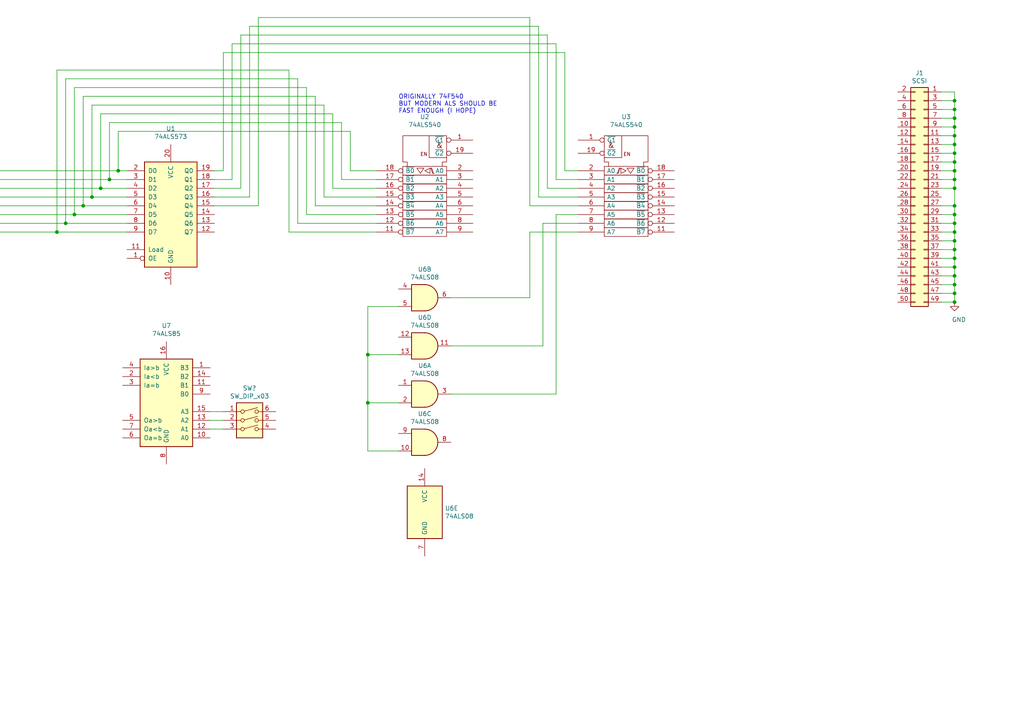
<source format=kicad_sch>
(kicad_sch (version 20201015) (generator eeschema)
  (paper "A4")
  (lib_symbols
    (symbol "74xx:74LS01" (pin_names (offset 1.016))
      (property "Reference" "U" (at 0 1.27 0))
      (property "Value" "74LS01" (at 0 -1.27 0))
      (symbol "74LS01_1_1"
        (pin open_collector inverted (at 7.62 0 180) (length 3.81) (name "~") (number "1"))
        (pin input line (at -7.62 2.54 0) (length 3.81) (name "~") (number "2"))
        (pin input line (at -7.62 -2.54 0) (length 3.81) (name "~") (number "3"))
      )
      (symbol "74LS01_1_2"
        (pin open_collector line (at 7.62 0 180) (length 3.81) (name "~") (number "1"))
        (pin input inverted (at -7.62 2.54 0) (length 4.318) (name "~") (number "2"))
        (pin input inverted (at -7.62 -2.54 0) (length 4.318) (name "~") (number "3"))
      )
      (symbol "74LS01_2_1"
        (pin open_collector inverted (at 7.62 0 180) (length 3.81) (name "~") (number "4"))
        (pin input line (at -7.62 2.54 0) (length 3.81) (name "~") (number "5"))
        (pin input line (at -7.62 -2.54 0) (length 3.81) (name "~") (number "6"))
      )
      (symbol "74LS01_2_2"
        (pin open_collector line (at 7.62 0 180) (length 3.81) (name "~") (number "4"))
        (pin input inverted (at -7.62 2.54 0) (length 4.318) (name "~") (number "5"))
        (pin input inverted (at -7.62 -2.54 0) (length 4.318) (name "~") (number "6"))
      )
      (symbol "74LS01_3_1"
        (pin open_collector inverted (at 7.62 0 180) (length 3.81) (name "~") (number "10"))
        (pin input line (at -7.62 2.54 0) (length 3.81) (name "~") (number "8"))
        (pin input line (at -7.62 -2.54 0) (length 3.81) (name "~") (number "9"))
      )
      (symbol "74LS01_3_2"
        (pin open_collector line (at 7.62 0 180) (length 3.81) (name "~") (number "10"))
        (pin input inverted (at -7.62 2.54 0) (length 4.318) (name "~") (number "8"))
        (pin input inverted (at -7.62 -2.54 0) (length 4.318) (name "~") (number "9"))
      )
      (symbol "74LS01_4_1"
        (pin input line (at -7.62 2.54 0) (length 3.81) (name "~") (number "11"))
        (pin input line (at -7.62 -2.54 0) (length 3.81) (name "~") (number "12"))
        (pin open_collector inverted (at 7.62 0 180) (length 3.81) (name "~") (number "13"))
      )
      (symbol "74LS01_4_2"
        (pin input inverted (at -7.62 2.54 0) (length 4.318) (name "~") (number "11"))
        (pin input inverted (at -7.62 -2.54 0) (length 4.318) (name "~") (number "12"))
        (pin open_collector line (at 7.62 0 180) (length 3.81) (name "~") (number "13"))
      )
      (symbol "74LS01_5_0"
        (pin power_in line (at 0 12.7 270) (length 5.08) (name "VCC") (number "14"))
        (pin power_in line (at 0 -12.7 90) (length 5.08) (name "GND") (number "7"))
      )
    )
    (symbol "74xx:74LS02" (pin_names (offset 1.016))
      (property "Reference" "U" (at 0 1.27 0))
      (property "Value" "74LS02" (at 0 -1.27 0))
      (symbol "74LS02_1_1"
        (pin output inverted (at 7.62 0 180) (length 3.81) (name "~") (number "1"))
        (pin input line (at -7.62 2.54 0) (length 4.318) (name "~") (number "2"))
        (pin input line (at -7.62 -2.54 0) (length 4.318) (name "~") (number "3"))
      )
      (symbol "74LS02_1_2"
        (pin output line (at 7.62 0 180) (length 3.81) (name "~") (number "1"))
        (pin input inverted (at -7.62 2.54 0) (length 3.81) (name "~") (number "2"))
        (pin input inverted (at -7.62 -2.54 0) (length 3.81) (name "~") (number "3"))
      )
      (symbol "74LS02_2_1"
        (pin output inverted (at 7.62 0 180) (length 3.81) (name "~") (number "4"))
        (pin input line (at -7.62 2.54 0) (length 4.318) (name "~") (number "5"))
        (pin input line (at -7.62 -2.54 0) (length 4.318) (name "~") (number "6"))
      )
      (symbol "74LS02_2_2"
        (pin output line (at 7.62 0 180) (length 3.81) (name "~") (number "4"))
        (pin input inverted (at -7.62 2.54 0) (length 3.81) (name "~") (number "5"))
        (pin input inverted (at -7.62 -2.54 0) (length 3.81) (name "~") (number "6"))
      )
      (symbol "74LS02_3_1"
        (pin output inverted (at 7.62 0 180) (length 3.81) (name "~") (number "10"))
        (pin input line (at -7.62 2.54 0) (length 4.318) (name "~") (number "8"))
        (pin input line (at -7.62 -2.54 0) (length 4.318) (name "~") (number "9"))
      )
      (symbol "74LS02_3_2"
        (pin output line (at 7.62 0 180) (length 3.81) (name "~") (number "10"))
        (pin input inverted (at -7.62 2.54 0) (length 3.81) (name "~") (number "8"))
        (pin input inverted (at -7.62 -2.54 0) (length 3.81) (name "~") (number "9"))
      )
      (symbol "74LS02_4_1"
        (pin input line (at -7.62 2.54 0) (length 4.318) (name "~") (number "11"))
        (pin input line (at -7.62 -2.54 0) (length 4.318) (name "~") (number "12"))
        (pin output inverted (at 7.62 0 180) (length 3.81) (name "~") (number "13"))
      )
      (symbol "74LS02_4_2"
        (pin input inverted (at -7.62 2.54 0) (length 3.81) (name "~") (number "11"))
        (pin input inverted (at -7.62 -2.54 0) (length 3.81) (name "~") (number "12"))
        (pin output line (at 7.62 0 180) (length 3.81) (name "~") (number "13"))
      )
      (symbol "74LS02_5_0"
        (pin power_in line (at 0 12.7 270) (length 5.08) (name "VCC") (number "14"))
        (pin power_in line (at 0 -12.7 90) (length 5.08) (name "GND") (number "7"))
      )
    )
    (symbol "74xx:74LS04"
      (property "Reference" "U" (at 0 1.27 0))
      (property "Value" "74LS04" (at 0 -1.27 0))
      (symbol "74LS04_1_0"
        (pin input line (at -7.62 0 0) (length 3.81) (name "~") (number "1"))
        (pin output inverted (at 7.62 0 180) (length 3.81) (name "~") (number "2"))
      )
      (symbol "74LS04_2_0"
        (pin input line (at -7.62 0 0) (length 3.81) (name "~") (number "3"))
        (pin output inverted (at 7.62 0 180) (length 3.81) (name "~") (number "4"))
      )
      (symbol "74LS04_3_0"
        (pin input line (at -7.62 0 0) (length 3.81) (name "~") (number "5"))
        (pin output inverted (at 7.62 0 180) (length 3.81) (name "~") (number "6"))
      )
      (symbol "74LS04_4_0"
        (pin output inverted (at 7.62 0 180) (length 3.81) (name "~") (number "8"))
        (pin input line (at -7.62 0 0) (length 3.81) (name "~") (number "9"))
      )
      (symbol "74LS04_5_0"
        (pin output inverted (at 7.62 0 180) (length 3.81) (name "~") (number "10"))
        (pin input line (at -7.62 0 0) (length 3.81) (name "~") (number "11"))
      )
      (symbol "74LS04_6_0"
        (pin output inverted (at 7.62 0 180) (length 3.81) (name "~") (number "12"))
        (pin input line (at -7.62 0 0) (length 3.81) (name "~") (number "13"))
      )
      (symbol "74LS04_7_0"
        (pin power_in line (at 0 12.7 270) (length 5.08) (name "VCC") (number "14"))
        (pin power_in line (at 0 -12.7 90) (length 5.08) (name "GND") (number "7"))
      )
    )
    (symbol "74xx:74LS08" (pin_names (offset 1.016))
      (property "Reference" "U" (at 0 1.27 0))
      (property "Value" "74LS08" (at 0 -1.27 0))
      (symbol "74LS08_1_1"
        (pin input line (at -7.62 2.54 0) (length 3.81) (name "~") (number "1"))
        (pin input line (at -7.62 -2.54 0) (length 3.81) (name "~") (number "2"))
        (pin output line (at 7.62 0 180) (length 3.81) (name "~") (number "3"))
      )
      (symbol "74LS08_1_2"
        (pin input inverted (at -7.62 2.54 0) (length 4.318) (name "~") (number "1"))
        (pin input inverted (at -7.62 -2.54 0) (length 4.318) (name "~") (number "2"))
        (pin output inverted (at 7.62 0 180) (length 3.81) (name "~") (number "3"))
      )
      (symbol "74LS08_2_1"
        (pin input line (at -7.62 2.54 0) (length 3.81) (name "~") (number "4"))
        (pin input line (at -7.62 -2.54 0) (length 3.81) (name "~") (number "5"))
        (pin output line (at 7.62 0 180) (length 3.81) (name "~") (number "6"))
      )
      (symbol "74LS08_2_2"
        (pin input inverted (at -7.62 2.54 0) (length 4.318) (name "~") (number "4"))
        (pin input inverted (at -7.62 -2.54 0) (length 4.318) (name "~") (number "5"))
        (pin output inverted (at 7.62 0 180) (length 3.81) (name "~") (number "6"))
      )
      (symbol "74LS08_3_1"
        (pin input line (at -7.62 -2.54 0) (length 3.81) (name "~") (number "10"))
        (pin output line (at 7.62 0 180) (length 3.81) (name "~") (number "8"))
        (pin input line (at -7.62 2.54 0) (length 3.81) (name "~") (number "9"))
      )
      (symbol "74LS08_3_2"
        (pin input inverted (at -7.62 -2.54 0) (length 4.318) (name "~") (number "10"))
        (pin output inverted (at 7.62 0 180) (length 3.81) (name "~") (number "8"))
        (pin input inverted (at -7.62 2.54 0) (length 4.318) (name "~") (number "9"))
      )
      (symbol "74LS08_4_1"
        (pin output line (at 7.62 0 180) (length 3.81) (name "~") (number "11"))
        (pin input line (at -7.62 2.54 0) (length 3.81) (name "~") (number "12"))
        (pin input line (at -7.62 -2.54 0) (length 3.81) (name "~") (number "13"))
      )
      (symbol "74LS08_4_2"
        (pin output inverted (at 7.62 0 180) (length 3.81) (name "~") (number "11"))
        (pin input inverted (at -7.62 2.54 0) (length 4.318) (name "~") (number "12"))
        (pin input inverted (at -7.62 -2.54 0) (length 4.318) (name "~") (number "13"))
      )
      (symbol "74LS08_5_0"
        (pin power_in line (at 0 12.7 270) (length 5.08) (name "VCC") (number "14"))
        (pin power_in line (at 0 -12.7 90) (length 5.08) (name "GND") (number "7"))
      )
    )
    (symbol "74xx:74LS573" (pin_names (offset 1.016))
      (property "Reference" "U" (at -7.62 16.51 0))
      (property "Value" "74LS573" (at -7.62 -16.51 0))
      (symbol "74LS573_1_0"
        (pin input inverted (at -12.7 -12.7 0) (length 5.08) (name "OE") (number "1"))
        (pin power_in line (at 0 -20.32 90) (length 5.08) (name "GND") (number "10"))
        (pin input line (at -12.7 -10.16 0) (length 5.08) (name "Load") (number "11"))
        (pin tri_state line (at 12.7 -5.08 180) (length 5.08) (name "Q7") (number "12"))
        (pin tri_state line (at 12.7 -2.54 180) (length 5.08) (name "Q6") (number "13"))
        (pin tri_state line (at 12.7 0 180) (length 5.08) (name "Q5") (number "14"))
        (pin tri_state line (at 12.7 2.54 180) (length 5.08) (name "Q4") (number "15"))
        (pin tri_state line (at 12.7 5.08 180) (length 5.08) (name "Q3") (number "16"))
        (pin tri_state line (at 12.7 7.62 180) (length 5.08) (name "Q2") (number "17"))
        (pin tri_state line (at 12.7 10.16 180) (length 5.08) (name "Q1") (number "18"))
        (pin tri_state line (at 12.7 12.7 180) (length 5.08) (name "Q0") (number "19"))
        (pin input line (at -12.7 12.7 0) (length 5.08) (name "D0") (number "2"))
        (pin power_in line (at 0 20.32 270) (length 5.08) (name "VCC") (number "20"))
        (pin input line (at -12.7 10.16 0) (length 5.08) (name "D1") (number "3"))
        (pin input line (at -12.7 7.62 0) (length 5.08) (name "D2") (number "4"))
        (pin input line (at -12.7 5.08 0) (length 5.08) (name "D3") (number "5"))
        (pin input line (at -12.7 2.54 0) (length 5.08) (name "D4") (number "6"))
        (pin input line (at -12.7 0 0) (length 5.08) (name "D5") (number "7"))
        (pin input line (at -12.7 -2.54 0) (length 5.08) (name "D6") (number "8"))
        (pin input line (at -12.7 -5.08 0) (length 5.08) (name "D7") (number "9"))
      )
    )
    (symbol "74xx:74LS74" (pin_names (offset 1.016))
      (property "Reference" "U" (at -7.62 8.89 0))
      (property "Value" "74LS74" (at -7.62 -8.89 0))
      (symbol "74LS74_1_0"
        (pin input line (at 0 -7.62 90) (length 2.54) (name "~R") (number "1"))
        (pin input line (at -7.62 2.54 0) (length 2.54) (name "D") (number "2"))
        (pin input clock (at -7.62 0 0) (length 2.54) (name "C") (number "3"))
        (pin input line (at 0 7.62 270) (length 2.54) (name "~S") (number "4"))
        (pin output line (at 7.62 2.54 180) (length 2.54) (name "Q") (number "5"))
        (pin output line (at 7.62 -2.54 180) (length 2.54) (name "~Q") (number "6"))
      )
      (symbol "74LS74_2_0"
        (pin input line (at 0 7.62 270) (length 2.54) (name "~S") (number "10"))
        (pin input clock (at -7.62 0 0) (length 2.54) (name "C") (number "11"))
        (pin input line (at -7.62 2.54 0) (length 2.54) (name "D") (number "12"))
        (pin input line (at 0 -7.62 90) (length 2.54) (name "~R") (number "13"))
        (pin output line (at 7.62 -2.54 180) (length 2.54) (name "~Q") (number "8"))
        (pin output line (at 7.62 2.54 180) (length 2.54) (name "Q") (number "9"))
      )
      (symbol "74LS74_3_0"
        (pin power_in line (at 0 10.16 270) (length 2.54) (name "VCC") (number "14"))
        (pin power_in line (at 0 -10.16 90) (length 2.54) (name "GND") (number "7"))
      )
    )
    (symbol "74xx:74LS85" (pin_names (offset 1.016))
      (property "Reference" "U" (at -7.62 13.97 0))
      (property "Value" "74LS85" (at -7.62 -13.97 0))
      (symbol "74LS85_1_0"
        (pin input line (at -12.7 10.16 0) (length 5.08) (name "B3") (number "1"))
        (pin input line (at -12.7 -10.16 0) (length 5.08) (name "A0") (number "10"))
        (pin input line (at -12.7 5.08 0) (length 5.08) (name "B1") (number "11"))
        (pin input line (at -12.7 -7.62 0) (length 5.08) (name "A1") (number "12"))
        (pin input line (at -12.7 -5.08 0) (length 5.08) (name "A2") (number "13"))
        (pin input line (at -12.7 7.62 0) (length 5.08) (name "B2") (number "14"))
        (pin input line (at -12.7 -2.54 0) (length 5.08) (name "A3") (number "15"))
        (pin power_in line (at 0 17.78 270) (length 5.08) (name "VCC") (number "16"))
        (pin input line (at 12.7 7.62 180) (length 5.08) (name "Ia<b") (number "2"))
        (pin input line (at 12.7 5.08 180) (length 5.08) (name "Ia=b") (number "3"))
        (pin input line (at 12.7 10.16 180) (length 5.08) (name "Ia>b") (number "4"))
        (pin output line (at 12.7 -5.08 180) (length 5.08) (name "Oa>b") (number "5"))
        (pin output line (at 12.7 -10.16 180) (length 5.08) (name "Oa=b") (number "6"))
        (pin output line (at 12.7 -7.62 180) (length 5.08) (name "Oa<b") (number "7"))
        (pin power_in line (at 0 -17.78 90) (length 5.08) (name "GND") (number "8"))
        (pin input line (at -12.7 2.54 0) (length 5.08) (name "B0") (number "9"))
      )
    )
    (symbol "74xx_IEEE:74LS540" (pin_names (offset 0.762))
      (property "Reference" "U" (at 7.62 17.78 0))
      (property "Value" "74LS540" (at 2.54 -15.24 0))
      (symbol "74LS540_0_0"
        (text "&" (at -4.318 13.716 0) (effects (font (size 1.524 1.524))))
        (text "EN" (at 0.254 11.176 0) (effects (font (size 1.016 1.016))))
        (pin power_in line (at 1.27 16.51 270) (length 0) hide (name "GND") (number "10"))
        (pin power_in line (at 5.08 16.51 270) (length 0) hide (name "VCC") (number "20"))
      )
      (symbol "74LS540_1_1"
        (pin input inverted (at -13.97 15.24 0) (length 7.62) (name "~G1") (number "1"))
        (pin tri_state inverted (at 13.97 -11.43 180) (length 7.62) (name "~B7") (number "11"))
        (pin tri_state inverted (at 13.97 -8.89 180) (length 7.62) (name "~B6") (number "12"))
        (pin tri_state inverted (at 13.97 -6.35 180) (length 7.62) (name "~B5") (number "13"))
        (pin tri_state inverted (at 13.97 -3.81 180) (length 7.62) (name "~B4") (number "14"))
        (pin tri_state inverted (at 13.97 -1.27 180) (length 7.62) (name "~B3") (number "15"))
        (pin tri_state inverted (at 13.97 1.27 180) (length 7.62) (name "~B2") (number "16"))
        (pin tri_state inverted (at 13.97 3.81 180) (length 7.62) (name "~B1") (number "17"))
        (pin tri_state inverted (at 13.97 6.35 180) (length 7.62) (name "~B0") (number "18"))
        (pin input inverted (at -13.97 11.43 0) (length 7.62) (name "~G2") (number "19"))
        (pin tri_state line (at -13.97 6.35 0) (length 7.62) (name "A0") (number "2"))
        (pin tri_state line (at -13.97 3.81 0) (length 7.62) (name "A1") (number "3"))
        (pin tri_state line (at -13.97 1.27 0) (length 7.62) (name "A2") (number "4"))
        (pin tri_state line (at -13.97 -1.27 0) (length 7.62) (name "A3") (number "5"))
        (pin tri_state line (at -13.97 -3.81 0) (length 7.62) (name "A4") (number "6"))
        (pin tri_state line (at -13.97 -6.35 0) (length 7.62) (name "A5") (number "7"))
        (pin tri_state line (at -13.97 -8.89 0) (length 7.62) (name "A6") (number "8"))
        (pin tri_state line (at -13.97 -11.43 0) (length 7.62) (name "A7") (number "9"))
      )
    )
    (symbol "Connector_Generic:Conn_01x19" (pin_names (offset 1.016) hide)
      (property "Reference" "J" (at 0 25.4 0))
      (property "Value" "Conn_01x19" (at 0 -25.4 0))
      (symbol "Conn_01x19_1_1"
        (pin passive line (at -5.08 22.86 0) (length 3.81) (name "Pin_1") (number "1"))
        (pin passive line (at -5.08 0 0) (length 3.81) (name "Pin_10") (number "10"))
        (pin passive line (at -5.08 -2.54 0) (length 3.81) (name "Pin_11") (number "11"))
        (pin passive line (at -5.08 -5.08 0) (length 3.81) (name "Pin_12") (number "12"))
        (pin passive line (at -5.08 -7.62 0) (length 3.81) (name "Pin_13") (number "13"))
        (pin passive line (at -5.08 -10.16 0) (length 3.81) (name "Pin_14") (number "14"))
        (pin passive line (at -5.08 -12.7 0) (length 3.81) (name "Pin_15") (number "15"))
        (pin passive line (at -5.08 -15.24 0) (length 3.81) (name "Pin_16") (number "16"))
        (pin passive line (at -5.08 -17.78 0) (length 3.81) (name "Pin_17") (number "17"))
        (pin passive line (at -5.08 -20.32 0) (length 3.81) (name "Pin_18") (number "18"))
        (pin passive line (at -5.08 -22.86 0) (length 3.81) (name "Pin_19") (number "19"))
        (pin passive line (at -5.08 20.32 0) (length 3.81) (name "Pin_2") (number "2"))
        (pin passive line (at -5.08 17.78 0) (length 3.81) (name "Pin_3") (number "3"))
        (pin passive line (at -5.08 15.24 0) (length 3.81) (name "Pin_4") (number "4"))
        (pin passive line (at -5.08 12.7 0) (length 3.81) (name "Pin_5") (number "5"))
        (pin passive line (at -5.08 10.16 0) (length 3.81) (name "Pin_6") (number "6"))
        (pin passive line (at -5.08 7.62 0) (length 3.81) (name "Pin_7") (number "7"))
        (pin passive line (at -5.08 5.08 0) (length 3.81) (name "Pin_8") (number "8"))
        (pin passive line (at -5.08 2.54 0) (length 3.81) (name "Pin_9") (number "9"))
      )
    )
    (symbol "Connector_Generic:Conn_02x25_Odd_Even" (pin_names (offset 1.016) hide)
      (property "Reference" "J" (at 1.27 33.02 0))
      (property "Value" "Conn_02x25_Odd_Even" (at 1.27 -33.02 0))
      (symbol "Conn_02x25_Odd_Even_1_1"
        (pin passive line (at -5.08 30.48 0) (length 3.81) (name "Pin_1") (number "1"))
        (pin passive line (at 7.62 20.32 180) (length 3.81) (name "Pin_10") (number "10"))
        (pin passive line (at -5.08 17.78 0) (length 3.81) (name "Pin_11") (number "11"))
        (pin passive line (at 7.62 17.78 180) (length 3.81) (name "Pin_12") (number "12"))
        (pin passive line (at -5.08 15.24 0) (length 3.81) (name "Pin_13") (number "13"))
        (pin passive line (at 7.62 15.24 180) (length 3.81) (name "Pin_14") (number "14"))
        (pin passive line (at -5.08 12.7 0) (length 3.81) (name "Pin_15") (number "15"))
        (pin passive line (at 7.62 12.7 180) (length 3.81) (name "Pin_16") (number "16"))
        (pin passive line (at -5.08 10.16 0) (length 3.81) (name "Pin_17") (number "17"))
        (pin passive line (at 7.62 10.16 180) (length 3.81) (name "Pin_18") (number "18"))
        (pin passive line (at -5.08 7.62 0) (length 3.81) (name "Pin_19") (number "19"))
        (pin passive line (at 7.62 30.48 180) (length 3.81) (name "Pin_2") (number "2"))
        (pin passive line (at 7.62 7.62 180) (length 3.81) (name "Pin_20") (number "20"))
        (pin passive line (at -5.08 5.08 0) (length 3.81) (name "Pin_21") (number "21"))
        (pin passive line (at 7.62 5.08 180) (length 3.81) (name "Pin_22") (number "22"))
        (pin passive line (at -5.08 2.54 0) (length 3.81) (name "Pin_23") (number "23"))
        (pin passive line (at 7.62 2.54 180) (length 3.81) (name "Pin_24") (number "24"))
        (pin passive line (at -5.08 0 0) (length 3.81) (name "Pin_25") (number "25"))
        (pin passive line (at 7.62 0 180) (length 3.81) (name "Pin_26") (number "26"))
        (pin passive line (at -5.08 -2.54 0) (length 3.81) (name "Pin_27") (number "27"))
        (pin passive line (at 7.62 -2.54 180) (length 3.81) (name "Pin_28") (number "28"))
        (pin passive line (at -5.08 -5.08 0) (length 3.81) (name "Pin_29") (number "29"))
        (pin passive line (at -5.08 27.94 0) (length 3.81) (name "Pin_3") (number "3"))
        (pin passive line (at 7.62 -5.08 180) (length 3.81) (name "Pin_30") (number "30"))
        (pin passive line (at -5.08 -7.62 0) (length 3.81) (name "Pin_31") (number "31"))
        (pin passive line (at 7.62 -7.62 180) (length 3.81) (name "Pin_32") (number "32"))
        (pin passive line (at -5.08 -10.16 0) (length 3.81) (name "Pin_33") (number "33"))
        (pin passive line (at 7.62 -10.16 180) (length 3.81) (name "Pin_34") (number "34"))
        (pin passive line (at -5.08 -12.7 0) (length 3.81) (name "Pin_35") (number "35"))
        (pin passive line (at 7.62 -12.7 180) (length 3.81) (name "Pin_36") (number "36"))
        (pin passive line (at -5.08 -15.24 0) (length 3.81) (name "Pin_37") (number "37"))
        (pin passive line (at 7.62 -15.24 180) (length 3.81) (name "Pin_38") (number "38"))
        (pin passive line (at -5.08 -17.78 0) (length 3.81) (name "Pin_39") (number "39"))
        (pin passive line (at 7.62 27.94 180) (length 3.81) (name "Pin_4") (number "4"))
        (pin passive line (at 7.62 -17.78 180) (length 3.81) (name "Pin_40") (number "40"))
        (pin passive line (at -5.08 -20.32 0) (length 3.81) (name "Pin_41") (number "41"))
        (pin passive line (at 7.62 -20.32 180) (length 3.81) (name "Pin_42") (number "42"))
        (pin passive line (at -5.08 -22.86 0) (length 3.81) (name "Pin_43") (number "43"))
        (pin passive line (at 7.62 -22.86 180) (length 3.81) (name "Pin_44") (number "44"))
        (pin passive line (at -5.08 -25.4 0) (length 3.81) (name "Pin_45") (number "45"))
        (pin passive line (at 7.62 -25.4 180) (length 3.81) (name "Pin_46") (number "46"))
        (pin passive line (at -5.08 -27.94 0) (length 3.81) (name "Pin_47") (number "47"))
        (pin passive line (at 7.62 -27.94 180) (length 3.81) (name "Pin_48") (number "48"))
        (pin passive line (at -5.08 -30.48 0) (length 3.81) (name "Pin_49") (number "49"))
        (pin passive line (at -5.08 25.4 0) (length 3.81) (name "Pin_5") (number "5"))
        (pin passive line (at 7.62 -30.48 180) (length 3.81) (name "Pin_50") (number "50"))
        (pin passive line (at 7.62 25.4 180) (length 3.81) (name "Pin_6") (number "6"))
        (pin passive line (at -5.08 22.86 0) (length 3.81) (name "Pin_7") (number "7"))
        (pin passive line (at 7.62 22.86 180) (length 3.81) (name "Pin_8") (number "8"))
        (pin passive line (at -5.08 20.32 0) (length 3.81) (name "Pin_9") (number "9"))
      )
    )
    (symbol "Switch:SW_DIP_x03" (pin_names (offset 0) hide)
      (property "Reference" "SW" (at 0 8.89 0))
      (property "Value" "SW_DIP_x03" (at 0 -3.81 0))
      (symbol "SW_DIP_x03_1_1"
        (pin passive line (at -7.62 5.08 0) (length 5.08) (name "~") (number "1"))
        (pin passive line (at -7.62 2.54 0) (length 5.08) (name "~") (number "2"))
        (pin passive line (at -7.62 0 0) (length 5.08) (name "~") (number "3"))
        (pin passive line (at 7.62 0 180) (length 5.08) (name "~") (number "4"))
        (pin passive line (at 7.62 2.54 180) (length 5.08) (name "~") (number "5"))
        (pin passive line (at 7.62 5.08 180) (length 5.08) (name "~") (number "6"))
      )
    )
    (symbol "power:GND" (power) (pin_names (offset 0))
      (property "Value" "GND" (at 0 -3.81 0))
      (symbol "GND_1_1"
        (pin power_in line (at 0 0 270) (length 0) hide (name "GND") (number "1"))
      )
    )
  )
  (junction (at 16.51 67.31) (diameter 0.9144))
  (junction (at 19.05 64.77) (diameter 0.9144))
  (junction (at 21.59 62.23) (diameter 0.9144))
  (junction (at 24.13 59.69) (diameter 0.9144))
  (junction (at 26.67 57.15) (diameter 0.9144))
  (junction (at 29.21 54.61) (diameter 0.9144))
  (junction (at 31.75 52.07) (diameter 0.9144))
  (junction (at 34.29 49.53) (diameter 0.9144))
  (junction (at 106.68 102.87) (diameter 0.9144))
  (junction (at 106.68 116.84) (diameter 0.9144))
  (junction (at 276.86 29.21) (diameter 0.9144))
  (junction (at 276.86 31.75) (diameter 0.9144))
  (junction (at 276.86 34.29) (diameter 0.9144))
  (junction (at 276.86 36.83) (diameter 0.9144))
  (junction (at 276.86 39.37) (diameter 0.9144))
  (junction (at 276.86 41.91) (diameter 0.9144))
  (junction (at 276.86 44.45) (diameter 0.9144))
  (junction (at 276.86 46.99) (diameter 0.9144))
  (junction (at 276.86 49.53) (diameter 0.9144))
  (junction (at 276.86 52.07) (diameter 0.9144))
  (junction (at 276.86 54.61) (diameter 0.9144))
  (junction (at 276.86 59.69) (diameter 0.9144))
  (junction (at 276.86 62.23) (diameter 0.9144))
  (junction (at 276.86 64.77) (diameter 0.9144))
  (junction (at 276.86 67.31) (diameter 0.9144))
  (junction (at 276.86 69.85) (diameter 0.9144))
  (junction (at 276.86 72.39) (diameter 0.9144))
  (junction (at 276.86 74.93) (diameter 0.9144))
  (junction (at 276.86 77.47) (diameter 0.9144))
  (junction (at 276.86 80.01) (diameter 0.9144))
  (junction (at 276.86 82.55) (diameter 0.9144))
  (junction (at 276.86 85.09) (diameter 0.9144))
  (junction (at 276.86 87.63) (diameter 0.9144))
  (wire (pts (xy -2.54 49.53) (xy 34.29 49.53)))
  (wire (pts (xy -2.54 52.07) (xy 31.75 52.07)))
  (wire (pts (xy -2.54 54.61) (xy 29.21 54.61)))
  (wire (pts (xy -2.54 57.15) (xy 26.67 57.15)))
  (wire (pts (xy -2.54 59.69) (xy 24.13 59.69)))
  (wire (pts (xy -2.54 62.23) (xy 21.59 62.23)))
  (wire (pts (xy -2.54 64.77) (xy 19.05 64.77)))
  (wire (pts (xy -2.54 67.31) (xy 16.51 67.31)))
  (wire (pts (xy 16.51 20.32) (xy 83.82 20.32)))
  (wire (pts (xy 16.51 67.31) (xy 16.51 20.32)))
  (wire (pts (xy 16.51 67.31) (xy 36.83 67.31)))
  (wire (pts (xy 19.05 22.86) (xy 86.36 22.86)))
  (wire (pts (xy 19.05 64.77) (xy 19.05 22.86)))
  (wire (pts (xy 19.05 64.77) (xy 36.83 64.77)))
  (wire (pts (xy 21.59 25.4) (xy 88.9 25.4)))
  (wire (pts (xy 21.59 62.23) (xy 21.59 25.4)))
  (wire (pts (xy 21.59 62.23) (xy 36.83 62.23)))
  (wire (pts (xy 24.13 27.94) (xy 91.44 27.94)))
  (wire (pts (xy 24.13 59.69) (xy 24.13 27.94)))
  (wire (pts (xy 24.13 59.69) (xy 36.83 59.69)))
  (wire (pts (xy 26.67 30.48) (xy 93.98 30.48)))
  (wire (pts (xy 26.67 57.15) (xy 26.67 30.48)))
  (wire (pts (xy 26.67 57.15) (xy 36.83 57.15)))
  (wire (pts (xy 29.21 33.02) (xy 96.52 33.02)))
  (wire (pts (xy 29.21 54.61) (xy 29.21 33.02)))
  (wire (pts (xy 29.21 54.61) (xy 36.83 54.61)))
  (wire (pts (xy 31.75 35.56) (xy 99.06 35.56)))
  (wire (pts (xy 31.75 52.07) (xy 31.75 35.56)))
  (wire (pts (xy 31.75 52.07) (xy 36.83 52.07)))
  (wire (pts (xy 34.29 49.53) (xy 34.29 38.1)))
  (wire (pts (xy 34.29 49.53) (xy 36.83 49.53)))
  (wire (pts (xy 60.96 121.92) (xy 64.77 121.92)))
  (wire (pts (xy 62.23 49.53) (xy 64.77 49.53)))
  (wire (pts (xy 62.23 52.07) (xy 67.31 52.07)))
  (wire (pts (xy 62.23 54.61) (xy 69.85 54.61)))
  (wire (pts (xy 62.23 57.15) (xy 72.39 57.15)))
  (wire (pts (xy 62.23 59.69) (xy 74.93 59.69)))
  (wire (pts (xy 64.77 49.53) (xy 64.77 15.24)))
  (wire (pts (xy 64.77 119.38) (xy 60.96 119.38)))
  (wire (pts (xy 64.77 124.46) (xy 60.96 124.46)))
  (wire (pts (xy 67.31 12.7) (xy 161.29 12.7)))
  (wire (pts (xy 67.31 52.07) (xy 67.31 12.7)))
  (wire (pts (xy 69.85 10.16) (xy 158.75 10.16)))
  (wire (pts (xy 69.85 54.61) (xy 69.85 10.16)))
  (wire (pts (xy 72.39 7.62) (xy 72.39 57.15)))
  (wire (pts (xy 74.93 5.08) (xy 74.93 59.69)))
  (wire (pts (xy 74.93 5.08) (xy 153.67 5.08)))
  (wire (pts (xy 83.82 20.32) (xy 83.82 67.31)))
  (wire (pts (xy 83.82 67.31) (xy 109.22 67.31)))
  (wire (pts (xy 86.36 22.86) (xy 86.36 64.77)))
  (wire (pts (xy 86.36 64.77) (xy 109.22 64.77)))
  (wire (pts (xy 88.9 25.4) (xy 88.9 62.23)))
  (wire (pts (xy 88.9 62.23) (xy 109.22 62.23)))
  (wire (pts (xy 91.44 27.94) (xy 91.44 59.69)))
  (wire (pts (xy 91.44 59.69) (xy 109.22 59.69)))
  (wire (pts (xy 93.98 30.48) (xy 93.98 57.15)))
  (wire (pts (xy 93.98 57.15) (xy 109.22 57.15)))
  (wire (pts (xy 96.52 33.02) (xy 96.52 54.61)))
  (wire (pts (xy 96.52 54.61) (xy 109.22 54.61)))
  (wire (pts (xy 99.06 35.56) (xy 99.06 52.07)))
  (wire (pts (xy 99.06 52.07) (xy 109.22 52.07)))
  (wire (pts (xy 101.6 38.1) (xy 34.29 38.1)))
  (wire (pts (xy 101.6 49.53) (xy 101.6 38.1)))
  (wire (pts (xy 106.68 88.9) (xy 106.68 102.87)))
  (wire (pts (xy 106.68 102.87) (xy 106.68 116.84)))
  (wire (pts (xy 106.68 116.84) (xy 106.68 130.81)))
  (wire (pts (xy 106.68 116.84) (xy 115.57 116.84)))
  (wire (pts (xy 106.68 130.81) (xy 115.57 130.81)))
  (wire (pts (xy 109.22 49.53) (xy 101.6 49.53)))
  (wire (pts (xy 115.57 88.9) (xy 106.68 88.9)))
  (wire (pts (xy 115.57 102.87) (xy 106.68 102.87)))
  (wire (pts (xy 130.81 114.3) (xy 161.29 114.3)))
  (wire (pts (xy 153.67 5.08) (xy 153.67 59.69)))
  (wire (pts (xy 153.67 59.69) (xy 167.64 59.69)))
  (wire (pts (xy 153.67 67.31) (xy 153.67 86.36)))
  (wire (pts (xy 153.67 86.36) (xy 130.81 86.36)))
  (wire (pts (xy 156.21 7.62) (xy 72.39 7.62)))
  (wire (pts (xy 156.21 57.15) (xy 156.21 7.62)))
  (wire (pts (xy 157.48 64.77) (xy 157.48 100.33)))
  (wire (pts (xy 157.48 100.33) (xy 130.81 100.33)))
  (wire (pts (xy 158.75 10.16) (xy 158.75 54.61)))
  (wire (pts (xy 158.75 54.61) (xy 167.64 54.61)))
  (wire (pts (xy 161.29 12.7) (xy 161.29 52.07)))
  (wire (pts (xy 161.29 52.07) (xy 167.64 52.07)))
  (wire (pts (xy 161.29 62.23) (xy 167.64 62.23)))
  (wire (pts (xy 161.29 114.3) (xy 161.29 62.23)))
  (wire (pts (xy 163.83 15.24) (xy 64.77 15.24)))
  (wire (pts (xy 163.83 49.53) (xy 163.83 15.24)))
  (wire (pts (xy 167.64 49.53) (xy 163.83 49.53)))
  (wire (pts (xy 167.64 57.15) (xy 156.21 57.15)))
  (wire (pts (xy 167.64 64.77) (xy 157.48 64.77)))
  (wire (pts (xy 167.64 67.31) (xy 153.67 67.31)))
  (wire (pts (xy 273.05 26.67) (xy 276.86 26.67)))
  (wire (pts (xy 273.05 29.21) (xy 276.86 29.21)))
  (wire (pts (xy 273.05 31.75) (xy 276.86 31.75)))
  (wire (pts (xy 273.05 34.29) (xy 276.86 34.29)))
  (wire (pts (xy 273.05 36.83) (xy 276.86 36.83)))
  (wire (pts (xy 273.05 39.37) (xy 276.86 39.37)))
  (wire (pts (xy 273.05 41.91) (xy 276.86 41.91)))
  (wire (pts (xy 273.05 44.45) (xy 276.86 44.45)))
  (wire (pts (xy 273.05 46.99) (xy 276.86 46.99)))
  (wire (pts (xy 273.05 49.53) (xy 276.86 49.53)))
  (wire (pts (xy 273.05 52.07) (xy 276.86 52.07)))
  (wire (pts (xy 273.05 54.61) (xy 276.86 54.61)))
  (wire (pts (xy 273.05 59.69) (xy 276.86 59.69)))
  (wire (pts (xy 273.05 62.23) (xy 276.86 62.23)))
  (wire (pts (xy 273.05 64.77) (xy 276.86 64.77)))
  (wire (pts (xy 273.05 67.31) (xy 276.86 67.31)))
  (wire (pts (xy 273.05 69.85) (xy 276.86 69.85)))
  (wire (pts (xy 273.05 72.39) (xy 276.86 72.39)))
  (wire (pts (xy 273.05 74.93) (xy 276.86 74.93)))
  (wire (pts (xy 273.05 77.47) (xy 276.86 77.47)))
  (wire (pts (xy 273.05 80.01) (xy 276.86 80.01)))
  (wire (pts (xy 273.05 82.55) (xy 276.86 82.55)))
  (wire (pts (xy 273.05 85.09) (xy 276.86 85.09)))
  (wire (pts (xy 273.05 87.63) (xy 276.86 87.63)))
  (wire (pts (xy 276.86 26.67) (xy 276.86 29.21)))
  (wire (pts (xy 276.86 29.21) (xy 276.86 31.75)))
  (wire (pts (xy 276.86 31.75) (xy 276.86 34.29)))
  (wire (pts (xy 276.86 34.29) (xy 276.86 36.83)))
  (wire (pts (xy 276.86 36.83) (xy 276.86 39.37)))
  (wire (pts (xy 276.86 39.37) (xy 276.86 41.91)))
  (wire (pts (xy 276.86 41.91) (xy 276.86 44.45)))
  (wire (pts (xy 276.86 44.45) (xy 276.86 46.99)))
  (wire (pts (xy 276.86 46.99) (xy 276.86 49.53)))
  (wire (pts (xy 276.86 49.53) (xy 276.86 52.07)))
  (wire (pts (xy 276.86 52.07) (xy 276.86 54.61)))
  (wire (pts (xy 276.86 54.61) (xy 276.86 59.69)))
  (wire (pts (xy 276.86 59.69) (xy 276.86 62.23)))
  (wire (pts (xy 276.86 62.23) (xy 276.86 64.77)))
  (wire (pts (xy 276.86 64.77) (xy 276.86 67.31)))
  (wire (pts (xy 276.86 67.31) (xy 276.86 69.85)))
  (wire (pts (xy 276.86 69.85) (xy 276.86 72.39)))
  (wire (pts (xy 276.86 72.39) (xy 276.86 74.93)))
  (wire (pts (xy 276.86 74.93) (xy 276.86 77.47)))
  (wire (pts (xy 276.86 77.47) (xy 276.86 80.01)))
  (wire (pts (xy 276.86 80.01) (xy 276.86 82.55)))
  (wire (pts (xy 276.86 82.55) (xy 276.86 85.09)))
  (wire (pts (xy 276.86 85.09) (xy 276.86 87.63)))
  (text "ORIGINALLY 74F540\nBUT MODERN ALS SHOULD BE\nFAST ENOUGH (I HOPE)" (at 115.57 33.02 0) (effects (font (size 1.27 1.27)) (justify left bottom)))
  (symbol (lib_id "power:GND") (at 276.86 87.63 0) (unit 1)
    (property "Reference" "#PWR?" (effects hide))
    (property "Value" "GND" (at 278.13 92.71 0))
  )
  (symbol (lib_id "74xx:74LS04") (at 190.5 240.03 0) (unit 1)
    (property "Reference" "U8" (at 190.5 231.9782 0))
    (property "Value" "74LS04" (at 190.5 234.2896 0))
    (property "Datasheet" "http://www.ti.com/lit/gpn/sn74LS04" (effects hide))
  )
  (symbol (lib_id "74xx:74LS04") (at 190.5 252.73 0) (unit 2)
    (property "Reference" "U8" (at 190.5 244.6782 0))
    (property "Value" "74LS04" (at 190.5 246.9896 0))
    (property "Datasheet" "http://www.ti.com/lit/gpn/sn74LS04" (effects hide))
  )
  (symbol (lib_id "74xx:74LS04") (at 190.5 265.43 0) (unit 3)
    (property "Reference" "U8" (at 190.5 257.3782 0))
    (property "Value" "74LS04" (at 190.5 259.6896 0))
    (property "Datasheet" "http://www.ti.com/lit/gpn/sn74LS04" (effects hide))
  )
  (symbol (lib_id "74xx:74LS04") (at 190.5 278.13 0) (unit 4)
    (property "Reference" "U8" (at 190.5 270.0782 0))
    (property "Value" "74LS04" (at 190.5 272.3896 0))
    (property "Datasheet" "http://www.ti.com/lit/gpn/sn74LS04" (effects hide))
  )
  (symbol (lib_id "74xx:74LS04") (at 190.5 290.83 0) (unit 5)
    (property "Reference" "U8" (at 190.5 282.7782 0))
    (property "Value" "74LS04" (at 190.5 285.0896 0))
    (property "Datasheet" "http://www.ti.com/lit/gpn/sn74LS04" (effects hide))
  )
  (symbol (lib_id "74xx:74LS04") (at 190.5 303.53 0) (unit 6)
    (property "Reference" "U8" (at 190.5 295.4782 0))
    (property "Value" "74LS04" (at 190.5 297.7896 0))
    (property "Datasheet" "http://www.ti.com/lit/gpn/sn74LS04" (effects hide))
  )
  (symbol (lib_id "74xx:74LS01") (at 114.3 241.3 0) (unit 1)
    (property "Reference" "U4" (at 114.3 233.045 0))
    (property "Value" "74LS01" (at 114.3 235.3564 0))
    (property "Datasheet" "http://www.nteinc.com/specs/7400to7499/pdf/nte74LS01.pdf" (effects hide))
  )
  (symbol (lib_id "74xx:74LS01") (at 114.3 255.27 0) (unit 2)
    (property "Reference" "U4" (at 114.3 247.015 0))
    (property "Value" "74LS01" (at 114.3 249.3264 0))
    (property "Datasheet" "http://www.nteinc.com/specs/7400to7499/pdf/nte74LS01.pdf" (effects hide))
  )
  (symbol (lib_id "74xx:74LS01") (at 114.3 269.24 0) (unit 3)
    (property "Reference" "U4" (at 114.3 260.985 0))
    (property "Value" "74LS01" (at 114.3 263.2964 0))
    (property "Datasheet" "http://www.nteinc.com/specs/7400to7499/pdf/nte74LS01.pdf" (effects hide))
  )
  (symbol (lib_id "74xx:74LS01") (at 114.3 283.21 0) (unit 4)
    (property "Reference" "U4" (at 114.3 274.955 0))
    (property "Value" "74LS01" (at 114.3 277.2664 0))
    (property "Datasheet" "http://www.nteinc.com/specs/7400to7499/pdf/nte74LS01.pdf" (effects hide))
  )
  (symbol (lib_id "74xx:74LS08") (at 123.19 86.36 0) (unit 2)
    (property "Reference" "U6" (at 123.19 78.105 0))
    (property "Value" "74ALS08" (at 123.19 80.4164 0))
    (property "Datasheet" "http://www.ti.com/lit/gpn/sn74LS08" (effects hide))
  )
  (symbol (lib_id "74xx:74LS08") (at 123.19 100.33 0) (unit 4)
    (property "Reference" "U6" (at 123.19 92.075 0))
    (property "Value" "74ALS08" (at 123.19 94.3864 0))
    (property "Datasheet" "http://www.ti.com/lit/gpn/sn74LS08" (effects hide))
  )
  (symbol (lib_id "74xx:74LS08") (at 123.19 114.3 0) (unit 1)
    (property "Reference" "U6" (at 123.19 106.045 0))
    (property "Value" "74ALS08" (at 123.19 108.3564 0))
    (property "Datasheet" "http://www.ti.com/lit/gpn/sn74LS08" (effects hide))
  )
  (symbol (lib_id "74xx:74LS08") (at 123.19 128.27 0) (unit 3)
    (property "Reference" "U6" (at 123.19 120.015 0))
    (property "Value" "74ALS08" (at 123.19 122.3264 0))
    (property "Datasheet" "http://www.ti.com/lit/gpn/sn74LS08" (effects hide))
  )
  (symbol (lib_id "74xx:74LS08") (at 214.63 240.03 0) (unit 1)
    (property "Reference" "U9" (at 214.63 231.775 0))
    (property "Value" "74LS08" (at 214.63 234.0864 0))
    (property "Datasheet" "http://www.ti.com/lit/gpn/sn74LS08" (effects hide))
  )
  (symbol (lib_id "74xx:74LS08") (at 214.63 254 0) (unit 2)
    (property "Reference" "U9" (at 214.63 245.745 0))
    (property "Value" "74LS08" (at 214.63 248.0564 0))
    (property "Datasheet" "http://www.ti.com/lit/gpn/sn74LS08" (effects hide))
  )
  (symbol (lib_id "74xx:74LS08") (at 214.63 267.97 0) (unit 3)
    (property "Reference" "U9" (at 214.63 259.715 0))
    (property "Value" "74LS08" (at 214.63 262.0264 0))
    (property "Datasheet" "http://www.ti.com/lit/gpn/sn74LS08" (effects hide))
  )
  (symbol (lib_id "74xx:74LS08") (at 214.63 281.94 0) (unit 4)
    (property "Reference" "U9" (at 214.63 273.685 0))
    (property "Value" "74LS08" (at 214.63 275.9964 0))
    (property "Datasheet" "http://www.ti.com/lit/gpn/sn74LS08" (effects hide))
  )
  (symbol (lib_id "74xx:74LS02") (at 237.49 240.03 0) (unit 1)
    (property "Reference" "U10" (at 237.49 231.775 0))
    (property "Value" "74LS02" (at 237.49 234.0864 0))
    (property "Datasheet" "http://www.ti.com/lit/gpn/sn74ls02" (effects hide))
  )
  (symbol (lib_id "74xx:74LS02") (at 237.49 254 0) (unit 2)
    (property "Reference" "U10" (at 237.49 245.745 0))
    (property "Value" "74LS02" (at 237.49 248.0564 0))
    (property "Datasheet" "http://www.ti.com/lit/gpn/sn74ls02" (effects hide))
  )
  (symbol (lib_id "74xx:74LS02") (at 237.49 267.97 0) (unit 3)
    (property "Reference" "U10" (at 237.49 259.715 0))
    (property "Value" "74LS02" (at 237.49 262.0264 0))
    (property "Datasheet" "http://www.ti.com/lit/gpn/sn74ls02" (effects hide))
  )
  (symbol (lib_id "74xx:74LS02") (at 237.49 281.94 0) (unit 4)
    (property "Reference" "U10" (at 237.49 273.685 0))
    (property "Value" "74LS02" (at 237.49 275.9964 0))
    (property "Datasheet" "http://www.ti.com/lit/gpn/sn74ls02" (effects hide))
  )
  (symbol (lib_id "Switch:SW_DIP_x03") (at 72.39 124.46 0) (unit 1)
    (property "Reference" "SW?" (at 72.39 112.5982 0))
    (property "Value" "SW_DIP_x03" (at 72.39 114.9096 0))
  )
  (symbol (lib_id "74xx:74LS74") (at 140.97 284.48 0) (unit 3)
    (property "Reference" "U5" (at 146.812 283.3116 0) (effects (justify left)))
    (property "Value" "74ALS74" (at 146.812 285.623 0) (effects (justify left)))
    (property "Datasheet" "74xx/74hc_hct74.pdf" (effects hide))
  )
  (symbol (lib_id "74xx:74LS74") (at 261.62 284.48 0) (unit 3)
    (property "Reference" "U11" (at 267.462 283.3116 0) (effects (justify left)))
    (property "Value" "74ALS74" (at 267.462 285.623 0) (effects (justify left)))
    (property "Datasheet" "74xx/74hc_hct74.pdf" (effects hide))
  )
  (symbol (lib_id "74xx:74LS74") (at 140.97 241.3 0) (unit 1)
    (property "Reference" "U5" (at 140.97 229.0826 0))
    (property "Value" "74ALS74" (at 140.97 231.394 0))
    (property "Datasheet" "74xx/74hc_hct74.pdf" (effects hide))
  )
  (symbol (lib_id "74xx:74LS74") (at 140.97 264.16 0) (unit 2)
    (property "Reference" "U5" (at 140.97 251.9426 0))
    (property "Value" "74ALS74" (at 140.97 254.254 0))
    (property "Datasheet" "74xx/74hc_hct74.pdf" (effects hide))
  )
  (symbol (lib_id "74xx:74LS74") (at 261.62 240.03 0) (unit 1)
    (property "Reference" "U11" (at 261.62 227.8126 0))
    (property "Value" "74ALS74" (at 261.62 230.124 0))
    (property "Datasheet" "74xx/74hc_hct74.pdf" (effects hide))
  )
  (symbol (lib_id "74xx:74LS74") (at 261.62 262.89 0) (unit 2)
    (property "Reference" "U11" (at 261.62 250.6726 0))
    (property "Value" "74ALS74" (at 261.62 252.984 0))
    (property "Datasheet" "74xx/74hc_hct74.pdf" (effects hide))
  )
  (symbol (lib_id "74xx:74LS01") (at 114.3 302.26 0) (unit 5)
    (property "Reference" "U4" (at 120.142 301.0916 0) (effects (justify left)))
    (property "Value" "74LS01" (at 120.142 303.403 0) (effects (justify left)))
    (property "Datasheet" "http://www.nteinc.com/specs/7400to7499/pdf/nte74LS01.pdf" (effects hide))
  )
  (symbol (lib_id "74xx:74LS08") (at 123.19 148.59 0) (unit 5)
    (property "Reference" "U6" (at 129.032 147.4216 0) (effects (justify left)))
    (property "Value" "74ALS08" (at 129.032 149.733 0) (effects (justify left)))
    (property "Datasheet" "http://www.ti.com/lit/gpn/sn74LS08" (effects hide))
  )
  (symbol (lib_id "74xx:74LS04") (at 190.5 321.31 0) (unit 7)
    (property "Reference" "U8" (at 196.342 320.1416 0) (effects (justify left)))
    (property "Value" "74LS04" (at 196.342 322.453 0) (effects (justify left)))
    (property "Datasheet" "http://www.ti.com/lit/gpn/sn74LS04" (effects hide))
  )
  (symbol (lib_id "74xx:74LS08") (at 214.63 300.99 0) (unit 5)
    (property "Reference" "U9" (at 220.472 299.8216 0) (effects (justify left)))
    (property "Value" "74LS08" (at 220.472 302.133 0) (effects (justify left)))
    (property "Datasheet" "http://www.ti.com/lit/gpn/sn74LS08" (effects hide))
  )
  (symbol (lib_id "74xx:74LS02") (at 237.49 300.99 0) (unit 5)
    (property "Reference" "U10" (at 243.332 299.8216 0) (effects (justify left)))
    (property "Value" "74LS02" (at 243.332 302.133 0) (effects (justify left)))
    (property "Datasheet" "http://www.ti.com/lit/gpn/sn74ls02" (effects hide))
  )
  (symbol (lib_id "Connector_Generic:Conn_01x19") (at -7.62 72.39 0) (mirror y) (unit 1)
    (property "Reference" "J?" (at -5.5372 44.0182 0))
    (property "Value" "ACSI" (at -5.537 46.33 0))
  )
  (symbol (lib_id "Connector_Generic:Conn_02x25_Odd_Even") (at 267.97 57.15 0) (mirror y) (unit 1)
    (property "Reference" "J1" (at 266.7 21.1582 0))
    (property "Value" "SCSI" (at 266.7 23.47 0))
  )
  (symbol (lib_id "74xx_IEEE:74LS540") (at 123.19 55.88 0) (mirror y) (unit 1)
    (property "Reference" "U2" (at 123.19 33.8836 0))
    (property "Value" "74ALS540" (at 123.19 36.195 0))
  )
  (symbol (lib_id "74xx_IEEE:74LS540") (at 181.61 55.88 0) (unit 1)
    (property "Reference" "U3" (at 181.61 33.8836 0))
    (property "Value" "74ALS540" (at 181.61 36.195 0))
  )
  (symbol (lib_id "74xx:74LS85") (at 48.26 116.84 0) (mirror y) (unit 1)
    (property "Reference" "U7" (at 48.26 94.4626 0))
    (property "Value" "74ALS85" (at 48.26 96.774 0))
    (property "Datasheet" "http://www.ti.com/lit/gpn/sn74LS85" (effects hide))
  )
  (symbol (lib_id "74xx:74LS573") (at 49.53 62.23 0) (unit 1)
    (property "Reference" "U1" (at 49.53 37.3126 0))
    (property "Value" "74ALS573" (at 49.53 39.624 0))
    (property "Datasheet" "74xx/74hc573.pdf" (effects hide))
  )
)
</source>
